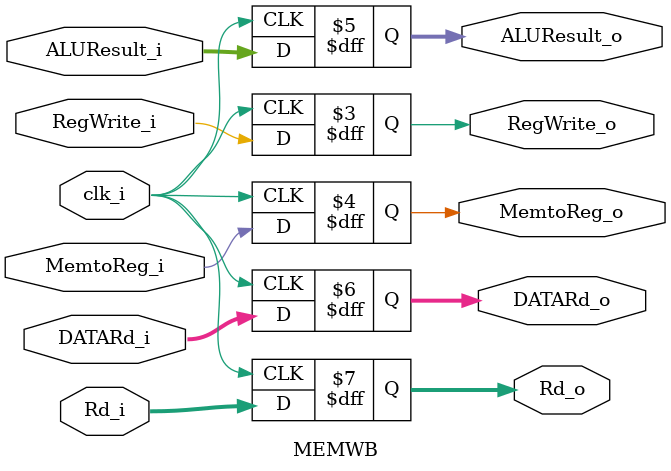
<source format=v>
module MEMWB
(
    clk_i,
    RegWrite_i,
    MemtoReg_i,
    ALUResult_i,
    Rd_i,
    DATARd_i,
    RegWrite_o,
    MemtoReg_o,
    ALUResult_o,
    Rd_o,
    DATARd_o,
);

input           clk_i;
input           RegWrite_i, MemtoReg_i;
input   [31:0]  ALUResult_i, DATARd_i;
input   [4:0]   Rd_i;

output          RegWrite_o, MemtoReg_o;
output   [31:0] ALUResult_o, DATARd_o;
output   [4:0]  Rd_o;

reg             RegWrite_o, MemtoReg_o;
reg      [31:0] ALUResult_o, DATARd_o;
reg      [4:0]  Rd_o;


initial begin
    RegWrite_o = 1'b0;
    MemtoReg_o = 1'b0;
    ALUResult_o = 1'b0;
    Rd_o = 5'b0;
    DATARd_o = 32'b0;
end


always@(posedge clk_i) begin
    RegWrite_o <= RegWrite_i;
    MemtoReg_o <= MemtoReg_i;
    ALUResult_o <= ALUResult_i;
    Rd_o <= Rd_i;
    DATARd_o <= DATARd_i;
end

endmodule

</source>
